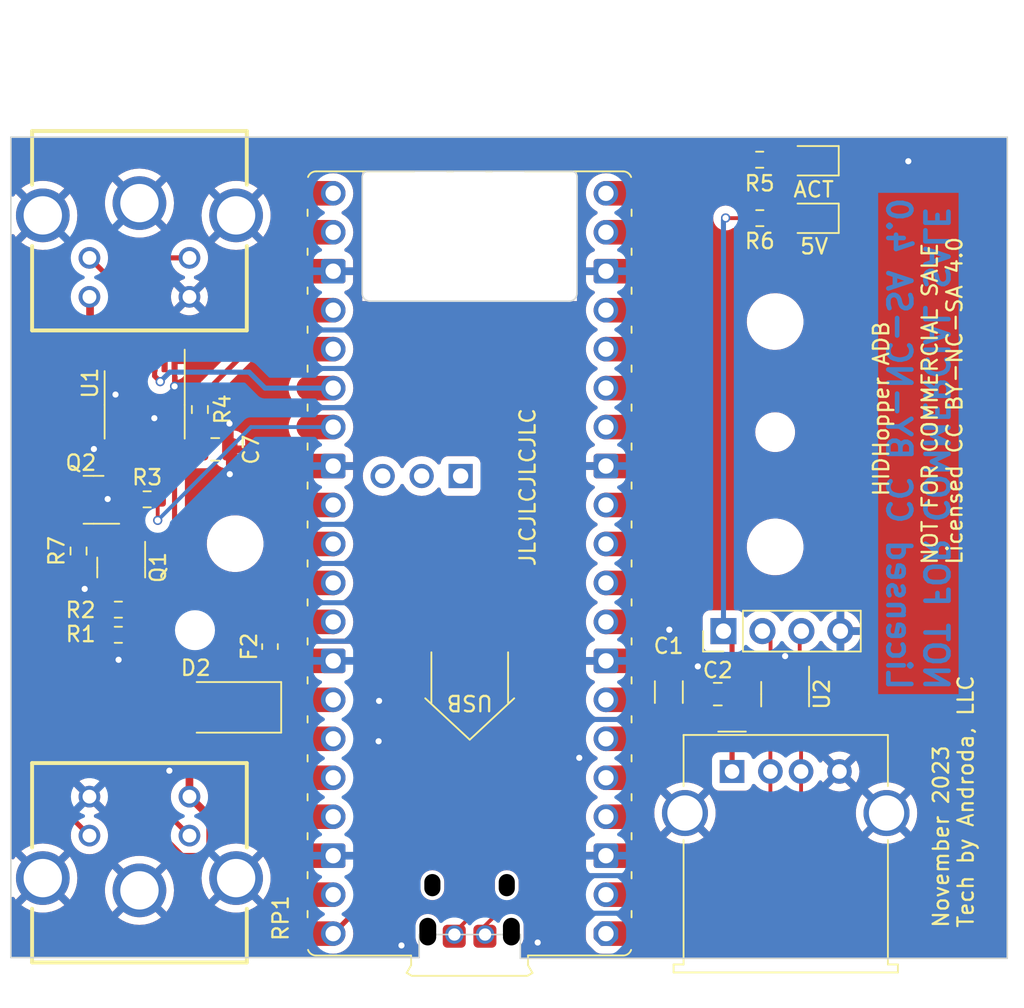
<source format=kicad_pcb>
(kicad_pcb (version 20221018) (generator pcbnew)
  (layers (0 "F.Cu" signal) (31 "B.Cu" signal) (34 "B.Paste" user) (35 "F.Paste" user) (36 "B.SilkS" user "B.Silkscreen") (37 "F.SilkS" user "F.Silkscreen") (38 "B.Mask" user) (39 "F.Mask" user) (44 "Edge.Cuts" user))
  (net 0 "")
  (net 1 "GND")
  (net 2 "ADB_RAW")
  (net 3 "5V_ADB_PWR")
  (net 6 "VBUS")
  (net 20 "Net-(D1-A)")
  (net 23 "+3.3V")
  (net 25 "ADB_OUT")
  (net 34 "ADB_IN")
  (net 35 "USB-")
  (net 36 "USB+")
  (net 39 "Net-(D2-K)")
  (net 40 "ADB_PWR_ON")
  (net 41 "Net-(Q1-D)")
  (net 42 "USB-_EF")
  (net 43 "USB+_EF")
  (net 44 "LED_OUT")
  (net 45 "Net-(D3-A)")
  (net 46 "#ADB_TURN_ON")
  (net 47 "Net-(Q1-G)")
  (net 48 "Net-(Q2-B)")
  (footprint "Fuse:Fuse_0603_1608Metric" (layer "F.Cu") (at 151.07 96.96 -90)
    (fp_text reference "F2")
    (fp_text value "~250mA hold")
  )
  (footprint "Diode_SMD:D_SMA" (layer "F.Cu") (at 148.29 100.92 180)
    (fp_text reference "D2")
    (fp_text value "D_Schottky")
  )
  (footprint "Library:ADB_MDR4_MINI-DIN" (layer "F.Cu") (at 142.56 111.05)
    (fp_text reference "J3" hide)
    (fp_text value "DIN-4")
  )
  (footprint "Package_TO_SOT_SMD:SOT-23" (layer "F.Cu") (at 141.37 91.8025 -90)
    (fp_text reference "Q1")
    (fp_text value "AO3401A" hide)
  )
  (footprint "Library:ADB_MDR4_MINI-DIN" (layer "F.Cu") (at 142.56 69.85 180)
    (fp_text reference "J6" hide)
    (fp_text value "DIN-4")
  )
  (footprint "Resistor_SMD:R_0603_1608Metric" (layer "F.Cu") (at 143.06 87.36)
    (fp_text reference "R3")
    (fp_text value "1k")
  )
  (footprint "Capacitor_SMD:C_1206_3216Metric" (layer "F.Cu") (at 177.07 99.925 90)
    (fp_text reference "C1")
    (fp_text value "22uF")
  )
  (footprint "LED_SMD:LED_0805_2012Metric" (layer "F.Cu") (at 186.46 65.29 180)
    (fp_text reference "D1" hide)
    (fp_text value "LED")
  )
  (footprint "MountingHole:MountingHole_3.2mm_M3" (layer "F.Cu") (at 184 90.46)
    (fp_text reference "H3" hide)
    (fp_text value "MountingHole")
  )
  (footprint "Resistor_SMD:R_0603_1608Metric" (layer "F.Cu") (at 138.59 90.73 90)
    (fp_text reference "R7")
    (fp_text value "100k")
  )
  (footprint "MountingHole:MountingHole_2.1mm" (layer "F.Cu") (at 146.18 95.89)
    (fp_text reference "REF**" hide)
    (fp_text value "MountingHole_2.1mm")
  )
  (footprint "Package_TO_SOT_SMD:SOT-23" (layer "F.Cu") (at 139.5675 87.39 180)
    (fp_text reference "Q2")
    (fp_text value "2N3904")
  )
  (footprint "Library:Raspberry_Pi_PicoW_SMT_THT" (layer "F.Cu") (at 164.09 91.63 180)
    (fp_text reference "RP1")
    (fp_text value "PicoWModule")
    (fp_line (start -7 25.3) (end -6.99 17.69) (stroke (width 0.1)) (layer "Edge.Cuts"))
    (fp_line (start -6.49 17.19) (end 6.51 17.19) (stroke (width 0.1)) (layer "Edge.Cuts"))
    (fp_line (start -3.3 -24.1) (end -3.3 -25.65) (stroke (width 0.1)) (layer "Edge.Cuts"))
    (fp_line (start -3.3 -24.1) (end 3.3 -24.1) (stroke (width 0.1)) (layer "Edge.Cuts"))
    (fp_line (start 3.3 -24.1) (end 3.3 -25.6) (stroke (width 0.1)) (layer "Edge.Cuts"))
    (fp_line (start 6.616269 25.660583) (end -6.634641 25.660583) (stroke (width 0.1)) (layer "Edge.Cuts"))
    (fp_line (start 7.01 17.69) (end 7.01 25.3) (stroke (width 0.1)) (layer "Edge.Cuts"))
    (fp_arc (start -6.99 17.69) (mid -6.843553 17.336447) (end -6.49 17.19) (stroke (width 0.1)) (layer "Edge.Cuts"))
    (fp_arc (start -6.634641 25.660583) (mid -6.892696 25.556666) (end -7 25.300001) (stroke (width 0.1)) (layer "Edge.Cuts"))
    (fp_arc (start 6.51 17.19) (mid 6.863553 17.336447) (end 7.01 17.69) (stroke (width 0.1)) (layer "Edge.Cuts"))
    (fp_arc (start 7.01 25.3) (mid 6.883217 25.556817) (end 6.616269 25.660583) (stroke (width 0.1)) (layer "Edge.Cuts"))
  )
  (footprint "Resistor_SMD:R_0603_1608Metric" (layer "F.Cu") (at 146.5 81.5075 -90)
    (fp_text reference "R4")
    (fp_text value "4.7k")
  )
  (footprint "Resistor_SMD:R_0603_1608Metric" (layer "F.Cu") (at 183 69.03)
    (fp_text reference "R6")
    (fp_text value "10k")
  )
  (footprint "Resistor_SMD:R_0603_1608Metric" (layer "F.Cu") (at 141.185 96.19 180)
    (fp_text reference "R1")
    (fp_text value "10k")
  )
  (footprint "Capacitor_SMD:C_0805_2012Metric" (layer "F.Cu") (at 180.26 100.06 180)
    (fp_text reference "C2")
    (fp_text value "100n")
  )
  (footprint "MountingHole:MountingHole_3.2mm_M3" (layer "F.Cu") (at 148.8 90.25)
    (fp_text reference "H2" hide)
    (fp_text value "MountingHole")
  )
  (footprint "Library:TS-1187A-B-A-B" (layer "F.Cu") (at 140.53 99.515 180)
    (fp_text reference "SW1" hide)
    (fp_text value "SW_MEC_5E")
  )
  (footprint "Resistor_SMD:R_0603_1608Metric" (layer "F.Cu") (at 141.185 94.55)
    (fp_text reference "R2")
    (fp_text value "10k")
  )
  (footprint "Resistor_SMD:R_0603_1608Metric" (layer "F.Cu") (at 182.99 65.22)
    (fp_text reference "R5")
    (fp_text value "10k")
  )
  (footprint "Package_SO:TSSOP-14_4.4x5mm_P0.65mm" (layer "F.Cu") (at 142.9 81.2025 -90)
    (fp_text reference "U1")
    (fp_text value "LVT125")
  )
  (footprint "MountingHole:MountingHole_2.1mm" (layer "F.Cu") (at 184 82.98)
    (fp_text reference "REF**" hide)
    (fp_text value "MountingHole_2.1mm")
  )
  (footprint "Capacitor_SMD:C_0805_2012Metric" (layer "F.Cu") (at 147.5 84.1025)
    (fp_text reference "C7")
    (fp_text value "100n")
  )
  (footprint "MountingHole:MountingHole_3.2mm_M3" (layer "F.Cu") (at 184 75.77)
    (fp_text reference "H1" hide)
    (fp_text value "MountingHole")
  )
  (footprint "LED_SMD:LED_0805_2012Metric" (layer "F.Cu") (at 186.46 69.04 180)
    (fp_text reference "D3" hide)
    (fp_text value "LED")
  )
  (footprint "Package_TO_SOT_SMD:SOT-23-6" (layer "F.Cu") (at 184.65 100.06 -90)
    (fp_text reference "U2")
    (fp_text value "USBLC6-2SC6" hide)
  )
  (footprint "Connector_USB:USB_A_Molex_67643_Horizontal" (layer "F.Cu") (at 181.19 105.1)
    (fp_text reference "J10" hide)
    (fp_text value "USB_A")
  )
  (footprint "Connector_PinHeader_2.54mm:PinHeader_1x04_P2.54mm_Vertical" (layer "F.Cu") (at 180.63 95.95 90)
    (fp_text reference "J1" hide)
    (fp_text value "Conn_01x04_Pin")
  )
  (gr_line (start 134.18 117.23) (end 160.79 117.23) (stroke (width 0.1)) (layer "Edge.Cuts"))
  (gr_line (start 134.18 63.75) (end 199.13 63.75) (stroke (width 0.1)) (layer "Edge.Cuts"))
  (gr_line (start 199.13 117.28) (end 199.13 63.75) (stroke (width 0.1)) (layer "Edge.Cuts"))
  (gr_line (start 167.39 117.28) (end 199.13 117.28) (stroke (width 0.1)) (layer "Edge.Cuts"))
  (gr_line (start 134.18 117.23) (end 134.18 63.75) (stroke (width 0.1)) (layer "Edge.Cuts"))
  (gr_text "NOT FOR COMMERCIAL SALE\nLicensed CC BY-NC-SA 4.0" (at 191.18 99.95 270) (layer "B.Cu") (effects (font (size 1.5 1.5) (thickness 0.3) bold) (justify left bottom mirror)))
  (gr_text "November 2023\nTech by Androda, LLC" (at 197.01 115.37 90) (layer "F.SilkS") (effects (font (size 1 1)) (justify left bottom)))
  (gr_text "JLCJLCJLCJLC" (at 168.45 91.81 90) (layer "F.SilkS") (effects (font (size 1 1)) (justify left bottom)))
  (gr_text "HIDHopper ADB" (at 191.5 87.25 90) (layer "F.SilkS") (effects (font (size 1 1)) (justify left bottom)))
  (gr_text "NOT FOR COMMERCIAL SALE\nLicensed CC BY-NC-SA 4.0" (at 196.28 91.7 90) (layer "F.SilkS") (effects (font (size 1 1)) (justify left bottom)))
  (gr_text "ACT" (at 185.1 67.75) (layer "F.SilkS") (effects (font (size 1 1)) (justify left bottom)))
  (gr_text "5V" (at 185.54 71.46) (layer "F.SilkS") (effects (font (size 1 1)) (justify left bottom)))
  (segment (start 184.65 99.59) (end 185.02 99.96) (width 0.25) (layer "F.Cu") (net 1))
  (segment (start 138.99 93.2) (end 138.52 93.2) (width 0.25) (layer "F.Cu") (net 1))
  (segment (start 141.6 81.25) (end 141.6 84.065) (width 0.33) (layer "F.Cu") (net 1))
  (segment (start 156.76 85.07) (end 156.76 81.71) (width 0.33) (layer "F.Cu") (net 1))
  (segment (start 143.53 82.05) (end 142.73 81.25) (width 0.33) (layer "F.Cu") (net 1))
  (segment (start 156.76 81.71) (end 156.44 81.39) (width 0.33) (layer "F.Cu") (net 1))
  (segment (start 141.6 85.35) (end 141.46 85.49) (width 0.33) (layer "F.Cu") (net 1))
  (segment (start 155.19 85.19) (end 156.64 85.19) (width 0.33) (layer "F.Cu") (net 1))
  (segment (start 152.68 81.39) (end 152.65 81.36) (width 0.33) (layer "F.Cu") (net 1))
  (segment (start 140.36 96.19) (end 140.36 96.98) (width 0.25) (layer "F.Cu") (net 1))
  (segment (start 140.95 80.6) (end 141.6 81.25) (width 0.33) (layer "F.Cu") (net 1))
  (segment (start 140.95 78.34) (end 140.95 80.48) (width 0.33) (layer "F.Cu") (net 1))
  (segment (start 137.5675 92.2475) (end 137.5675 86.6425) (width 0.25) (layer "F.Cu") (net 1))
  (segment (start 153.17 97.89) (end 152.71 97.43) (width 0.2) (layer "F.Cu") (net 1))
  (segment (start 137.5675 86.6425) (end 137.83 86.38) (width 0.25) (layer "F.Cu") (net 1))
  (segment (start 140.36 96.98) (end 141.2 97.82) (width 0.25) (layer "F.Cu") (net 1))
  (segment (start 185.13 100.07) (end 186.45 100.07) (width 0.25) (layer "F.Cu") (net 1))
  (segment (start 153.59 97.89) (end 153.17 97.89) (width 0.2) (layer "F.Cu") (net 1))
  (segment (start 143.55 82.07) (end 143.55 82.07) (width 0.33) (layer "F.Cu") (net 1))
  (segment (start 143.55 82.07) (end 143.53 82.07) (width 0.33) (layer "F.Cu") (net 1))
  (segment (start 148.36 81.5) (end 145.37 81.5) (width 0.2) (layer "F.Cu") (net 1))
  (segment (start 184.65 98.9225) (end 184.65 99.59) (width 0.25) (layer "F.Cu") (net 1))
  (segment (start 156.64 85.19) (end 156.76 85.07) (width 0.33) (layer "F.Cu") (net 1))
  (segment (start 144.85 79.9925) (end 144.85 78.34) (width 0.33) (layer "F.Cu") (net 1))
  (segment (start 140.95 80.58) (end 140.95 80.6) (width 0.33) (layer "F.Cu") (net 1))
  (segment (start 143.55 84.065) (end 143.55 82.07) (width 0.33) (layer "F.Cu") (net 1))
  (segment (start 153.59 97.89) (end 152.96 97.89) (width 0.2) (layer "F.Cu") (net 1))
  (segment (start 152.71 97.43) (end 152.24 96.96) (width 0.2) (layer "F.Cu") (net 1))
  (segment (start 141 80.53) (end 140.95 80.58) (width 0.33) (layer "F.Cu") (net 1))
  (segment (start 152.24 96.96) (end 149.84 96.96) (width 0.2) (layer "F.Cu") (net 1))
  (segment (start 138.52 93.2) (end 137.5675 92.2475) (width 0.25) (layer "F.Cu") (net 1))
  (segment (start 143.53 82.07) (end 143.53 82.05) (width 0.33) (layer "F.Cu") (net 1))
  (segment (start 141.6 84.065) (end 141.6 85.35) (width 0.33) (layer "F.Cu") (net 1))
  (segment (start 142.73 81.25) (end 141.6 81.25) (width 0.33) (layer "F.Cu") (net 1))
  (segment (start 140.95 80.48) (end 141 80.53) (width 0.33) (layer "F.Cu") (net 1))
  (segment (start 149.24 82.38) (end 148.36 81.5) (width 0.2) (layer "F.Cu") (net 1))
  (segment (start 185.02 99.96) (end 185.13 100.07) (width 0.25) (layer "F.Cu") (net 1))
  (segment (start 156.44 81.39) (end 152.68 81.39) (width 0.33) (layer "F.Cu") (net 1))
  (via (at 148.45 85.72) (size 0.6) (drill 0.4) (layers "F.Cu" "B.Cu") (net 1))
  (via (at 144.85 79.9925) (size 0.6) (drill 0.4) (layers "F.Cu" "B.Cu") (net 1))
  (via (at 140.49 87.34) (size 0.6) (drill 0.4) (layers "F.Cu" "B.Cu") (net 1))
  (via (at 184.65 97.58) (size 0.6) (drill 0.4) (layers "F.Cu" "B.Cu") (net 1))
  (via (at 158.15 103.13) (size 0.6) (drill 0.4) (layers "F.Cu" "B.Cu") (net 1))
  (via (at 141.2 97.82) (size 0.6) (drill 0.4) (layers "F.Cu" "B.Cu") (net 1))
  (via (at 168.52 116.25) (size 0.6) (drill 0.4) (layers "F.Cu" "B.Cu") (net 1))
  (via (at 143.53 82.07) (size 0.6) (drill 0.4) (layers "F.Cu" "B.Cu") (net 1))
  (via (at 139.59 84.08) (size 0.6) (drill 0.4) (layers "F.Cu" "B.Cu") (net 1))
  (via (at 171.23 104.21) (size 0.6) (drill 0.4) (layers "F.Cu" "B.Cu") (net 1))
  (via (at 158.18 100.5) (size 0.6) (drill 0.4) (layers "F.Cu" "B.Cu") (net 1))
  (via (at 178.96 98.25) (size 0.6) (drill 0.4) (layers "F.Cu" "B.Cu") (net 1))
  (via (at 192.68 65.32) (size 0.6) (drill 0.4) (layers "F.Cu" "B.Cu") (net 1))
  (via (at 148.43 82.42) (size 0.6) (drill 0.4) (layers "F.Cu" "B.Cu") (net 1))
  (via (at 141 80.53) (size 0.6) (drill 0.4) (layers "F.Cu" "B.Cu") (net 1))
  (via (at 177.1 95.86) (size 0.6) (drill 0.4) (layers "F.Cu" "B.Cu") (net 1))
  (via (at 159.64 116.44) (size 0.6) (drill 0.4) (layers "F.Cu" "B.Cu") (net 1))
  (via (at 144.51 105.05) (size 0.6) (drill 0.4) (layers "F.Cu" "B.Cu") (net 1))
  (via (at 138.99 93.2) (size 0.6) (drill 0.4) (layers "F.Cu" "B.Cu") (net 1))
  (segment (start 158.09 89.06) (end 158.09 88.15) (width 0.33) (layer "B.Cu") (net 1))
  (segment (start 156.92 76.32) (end 156.92 75.85) (width 0.33) (layer "B.Cu") (net 1))
  (segment (start 156.64 85.19) (end 157.11 84.72) (width 0.33) (layer "B.Cu") (net 1))
  (segment (start 153.14 97.89) (end 152.3 97.05) (width 0.33) (layer "B.Cu") (net 1))
  (segment (start 153.9 94.1) (end 153.85 94.15) (width 0.33) (layer "B.Cu") (net 1))
  (segment (start 156.92 81.38) (end 156.92 78.83) (width 0.33) (layer "B.Cu") (net 1))
  (segment (start 158.09 94.1) (end 153.9 94.1) (width 0.33) (layer "B.Cu") (net 1))
  (segment (start 175.02 110.59) (end 175.04 110.57) (width 0.33) (layer "B.Cu") (net 1))
  (segment (start 158.09 94.1) (end 158.09 91.54) (width 0.33) (layer "B.Cu") (net 1))
  (segment (start 152.3 97.05) (end 152.74 96.61) (width 0.33) (layer "B.Cu") (net 1))
  (segment (start 175.98 98.8) (end 175.98 101.15) (width 0.33) (layer "B.Cu") (net 1))
  (segment (start 172.97 97.89) (end 175.11 97.89) (width 0.33) (layer "B.Cu") (net 1))
  (segment (start 154.11 81.38) (end 154.1 81.39) (width 0.33) (layer "B.Cu") (net 1))
  (segment (start 172.97 110.59) (end 175.02 110.59) (width 0.33) (layer "B.Cu") (net 1))
  (segment (start 156.92 84.53) (end 156.92 81.38) (width 0.33) (layer "B.Cu") (net 1))
  (segment (start 175.78 114.34) (end 175.78 115.53) (width 0.33) (layer "B.Cu") (net 1))
  (segment (start 153.62 88.99) (end 153.5 88.87) (width 0.33) (layer "B.Cu") (net 1))
  (segment (start 155.19 85.19) (end 156.64 85.19) (width 0.33) (layer "B.Cu") (net 1))
  (segment (start 158.09 96.29) (end 158.09 94.1) (width 0.33) (layer "B.Cu") (net 1))
  (segment (start 156.92 78.83) (end 156.92 76.32) (width 0.33) (layer "B.Cu") (net 1))
  (segment (start 156.72 97.29) (end 156.905 97.475) (width 0.33) (layer "B.Cu") (net 1))
  (segment (start 175.78 111.89) (end 175.78 114.34) (width 0.33) (layer "B.Cu") (net 1))
  (segment (start 156.92 81.38) (end 154.11 81.38) (width 0.33) (layer "B.Cu") (net 1))
  (segment (start 153.84 91.54) (end 153.81 91.51) (width 0.33) (layer "B.Cu") (net 1))
  (segment (start 171.8 114.34) (end 171.77 114.37) (width 0.33) (layer "B.Cu") (net 1))
  (segment (start 171.59 101.71) (end 171.58 101.72) (width 0.33) (layer "B.Cu") (net 1))
  (segment (start 175.78 114.34) (end 171.8 114.34) (width 0.33) (layer "B.Cu") (net 1))
  (segment (start 158.09 91.54) (end 153.84 91.54) (width 0.33) (layer "B.Cu") (net 1))
  (segment (start 175.42 101.71) (end 175.28 101.71) (width 0.33) (layer "B.Cu") (net 1))
  (segment (start 156.61 96.61) (end 156.72 96.72) (width 0.33) (layer "B.Cu") (net 1))
  (segment (start 158.02 88.99) (end 153.62 88.99) (width 0.33) (layer "B.Cu") (net 1))
  (segment (start 155.19 97.89) (end 153.14 97.89) (width 0.33) (layer "B.Cu") (net 1))
  (segment (start 175.78 111.31) (end 175.78 111.89) (width 0.33) (layer "B.Cu") (net 1))
  (segment (start 171.42 111.89) (end 171.36 111.95) (width 0.33) (layer "B.Cu") (net 1))
  (segment (start 175.28 101.71) (end 171.59 101.71) (width 0.33) (layer "B.Cu") (net 1))
  (segment (start 156.72 96.72) (end 156.72 97.29) (width 0.33) (layer "B.Cu") (net 1))
  (segment (start 175.04 110.57) (end 175.78 111.31) (width 0.33) (layer "B.Cu") (net 1))
  (segment (start 158.09 88.15) (end 157.59 87.65) (width 0.33) (layer "B.Cu") (net 1))
  (segment (start 175.78 111.89) (end 171.42 111.89) (width 0.33) (layer "B.Cu") (net 1))
  (segment (start 175.11 97.89) (end 176 98.78) (width 0.33) (layer "B.Cu") (net 1))
  (segment (start 175.98 101.15) (end 175.42 101.71) (width 0.33) (layer "B.Cu") (net 1))
  (segment (start 157.11 84.72) (end 156.92 84.53) (width 0.33) (layer "B.Cu") (net 1))
  (segment (start 158.09 89.06) (end 158.02 88.99) (width 0.33) (layer "B.Cu") (net 1))
  (segment (start 156.92 78.83) (end 153.94 78.83) (width 0.33) (layer "B.Cu") (net 1))
  (segment (start 153.89 76.32) (end 153.87 76.3) (width 0.33) (layer "B.Cu") (net 1))
  (segment (start 176 98.78) (end 175.98 98.8) (width 0.33) (layer "B.Cu") (net 1))
  (segment (start 156.905 97.475) (end 158.09 96.29) (width 0.33) (layer "B.Cu") (net 1))
  (segment (start 153.94 78.83) (end 153.91 78.8) (width 0.33) (layer "B.Cu") (net 1))
  (segment (start 152.74 96.61) (end 156.61 96.61) (width 0.33) (layer "B.Cu") (net 1))
  (segment (start 158.09 91.54) (end 158.09 89.06) (width 0.33) (layer "B.Cu") (net 1))
  (segment (start 156.92 76.32) (end 153.89 76.32) (width 0.33) (layer "B.Cu") (net 1))
  (segment (start 141.6 77.03) (end 140.3 77.03) (width 0.33) (layer "F.Cu") (net 2))
  (segment (start 141.6 77.03) (end 141.6 78.34) (width 0.33) (layer "F.Cu") (net 2))
  (segment (start 139.76 97.2) (end 139.76 103.22) (width 0.33) (layer "F.Cu") (net 2))
  (segment (start 139.76 103.22) (end 145.82 109.28) (width 0.33) (layer "F.Cu") (net 2))
  (segment (start 137.04 80.29) (end 137.04 94.48) (width 0.33) (layer "F.Cu") (net 2))
  (segment (start 137.04 94.48) (end 139.76 97.2) (width 0.33) (layer "F.Cu") (net 2))
  (segment (start 144.2 77.27) (end 144.2 78.34) (width 0.33) (layer "F.Cu") (net 2))
  (segment (start 143.96 77.03) (end 144.2 77.27) (width 0.33) (layer "F.Cu") (net 2))
  (segment (start 140.3 77.03) (end 137.04 80.29) (width 0.33) (layer "F.Cu") (net 2))
  (segment (start 141.6 75) (end 141.6 77.03) (width 0.33) (layer "F.Cu") (net 2))
  (segment (start 141.6 75) (end 141.6 73.92) (width 0.33) (layer "F.Cu") (net 2))
  (segment (start 141.6 77.03) (end 143.96 77.03) (width 0.33) (layer "F.Cu") (net 2))
  (segment (start 141.6 73.92) (end 139.3 71.62) (width 0.33) (layer "F.Cu") (net 2))
  (segment (start 139.3 74.16) (end 139.34 74.2) (width 0.5) (layer "F.Cu") (net 3))
  (segment (start 138.89 104.24) (end 145.31 110.66) (width 0.5) (layer "F.Cu") (net 3))
  (segment (start 145.82 106.74) (end 145.82 101.39) (width 0.5) (layer "F.Cu") (net 3))
  (segment (start 145.31 110.66) (end 146.66 110.66) (width 0.5) (layer "F.Cu") (net 3))
  (segment (start 147.17 110.15) (end 147.17 108.09) (width 0.5) (layer "F.Cu") (net 3))
  (segment (start 146.65 101.28) (end 146.29 100.92) (width 0.5) (layer "F.Cu") (net 3))
  (segment (start 139.34 74.2) (end 139.34 75.83) (width 0.5) (layer "F.Cu") (net 3))
  (segment (start 146.66 110.66) (end 147.17 110.15) (width 0.5) (layer "F.Cu") (net 3))
  (segment (start 145.82 101.39) (end 146.29 100.92) (width 0.5) (layer "F.Cu") (net 3))
  (segment (start 136.14 79.03) (end 136.14 94.71) (width 0.5) (layer "F.Cu") (net 3))
  (segment (start 139.34 75.83) (end 136.14 79.03) (width 0.5) (layer "F.Cu") (net 3))
  (segment (start 136.14 94.71) (end 138.89 97.46) (width 0.5) (layer "F.Cu") (net 3))
  (segment (start 138.89 97.46) (end 138.89 104.24) (width 0.5) (layer "F.Cu") (net 3))
  (segment (start 147.17 108.09) (end 145.82 106.74) (width 0.5) (layer "F.Cu") (net 3))
  (segment (start 156.9 101.7) (end 156.91 101.71) (width 0.33) (layer "F.Cu") (net 6))
  (segment (start 181.19 101.65) (end 181.19 100.07) (width 0.33) (layer "F.Cu") (net 6))
  (segment (start 181.22 100.04) (end 183.99 100.04) (width 0.33) (layer "F.Cu") (net 6))
  (segment (start 156.46 96.61) (end 152.62 96.61) (width 0.33) (layer "F.Cu") (net 6))
  (segment (start 155.19 115.67) (end 156.9 113.96) (width 0.33) (layer "F.Cu") (net 6))
  (segment (start 181.19 101.65) (end 181.19 96.51) (width 0.33) (layer "F.Cu") (net 6))
  (segment (start 184.65 100.7) (end 184.65 101.1975) (width 0.33) (layer "F.Cu") (net 6))
  (segment (start 181.19 100.07) (end 181.22 100.04) (width 0.33) (layer "F.Cu") (net 6))
  (segment (start 180.77 69.02) (end 180.76 69.03) (width 0.25) (layer "F.Cu") (net 6))
  (segment (start 156.91 101.71) (end 181.19 101.71) (width 0.33) (layer "F.Cu") (net 6))
  (segment (start 182.175 69.03) (end 180.78 69.03) (width 0.25) (layer "F.Cu") (net 6))
  (segment (start 181.19 101.71) (end 181.19 105.1) (width 0.33) (layer "F.Cu") (net 6))
  (segment (start 156.9 97.05) (end 156.46 96.61) (width 0.33) (layer "F.Cu") (net 6))
  (segment (start 156.9 101.7) (end 156.9 97.05) (width 0.33) (layer "F.Cu") (net 6))
  (segment (start 152.0325 96.0225) (end 151.07 96.0225) (width 0.33) (layer "F.Cu") (net 6))
  (segment (start 156.9 113.96) (end 156.9 101.7) (width 0.33) (layer "F.Cu") (net 6))
  (segment (start 180.73 69.03) (end 180.7 69) (width 0.25) (layer "F.Cu") (net 6))
  (segment (start 181.19 96.51) (end 180.63 95.95) (width 0.33) (layer "F.Cu") (net 6))
  (segment (start 180.76 69.03) (end 180.73 69.03) (width 0.25) (layer "F.Cu") (net 6))
  (segment (start 183.99 100.04) (end 184.65 100.7) (width 0.33) (layer "F.Cu") (net 6))
  (segment (start 152.62 96.61) (end 152.0325 96.0225) (width 0.33) (layer "F.Cu") (net 6))
  (segment (start 181.19 105.1) (end 181.19 101.65) (width 0.33) (layer "F.Cu") (net 6))
  (segment (start 180.78 69.03) (end 180.77 69.02) (width 0.25) (layer "F.Cu") (net 6))
  (via (at 180.77 69.02) (size 0.6) (drill 0.4) (layers "F.Cu" "B.Cu") (net 6))
  (segment (start 180.63 95.95) (end 180.63 69.16) (width 0.33) (layer "B.Cu") (net 6))
  (segment (start 180.63 69.16) (end 180.77 69.02) (width 0.33) (layer "B.Cu") (net 6))
  (segment (start 185.4525 65.22) (end 185.5225 65.29) (width 0.25) (layer "F.Cu") (net 20))
  (segment (start 183.815 65.22) (end 185.4525 65.22) (width 0.25) (layer "F.Cu") (net 20))
  (segment (start 151.82 105.51) (end 155.19 105.51) (width 0.33) (layer "F.Cu") (net 23))
  (segment (start 146.5 84.0525) (end 146.55 84.1025) (width 0.33) (layer "F.Cu") (net 23))
  (segment (start 144.85 85.5525) (end 144.85 91.1) (width 0.33) (layer "F.Cu") (net 23))
  (segment (start 144.85 91.1) (end 148.46 94.71) (width 0.33) (layer "F.Cu") (net 23))
  (segment (start 142.25 85.2125) (end 142.5875 85.55) (width 0.33) (layer "F.Cu") (net 23))
  (segment (start 144.85 84.065) (end 144.85 85.5525) (width 0.33) (layer "F.Cu") (net 23))
  (segment (start 146.5 82.3325) (end 146.5 84.0525) (width 0.33) (layer "F.Cu") (net 23))
  (segment (start 144.1975 85.55) (end 144.2 85.5525) (width 0.33) (layer "F.Cu") (net 23))
  (segment (start 148.46 94.71) (end 148.46 102.15) (width 0.33) (layer "F.Cu") (net 23))
  (segment (start 142.25 84.065) (end 142.25 85.2125) (width 0.33) (layer "F.Cu") (net 23))
  (segment (start 146.55 84.1025) (end 144.8875 84.1025) (width 0.5) (layer "F.Cu") (net 23))
  (segment (start 144.8875 84.1025) (end 144.85 84.065) (width 0.5) (layer "F.Cu") (net 23))
  (segment (start 144.2 85.5525) (end 144.85 85.5525) (width 0.33) (layer "F.Cu") (net 23))
  (segment (start 144.2 84.065) (end 144.2 85.5525) (width 0.33) (layer "F.Cu") (net 23))
  (segment (start 143.16 85.55) (end 144.1975 85.55) (width 0.33) (layer "F.Cu") (net 23))
  (segment (start 142.5875 85.55) (end 143.16 85.55) (width 0.33) (layer "F.Cu") (net 23))
  (segment (start 148.46 102.15) (end 151.82 105.51) (width 0.33) (layer "F.Cu") (net 23))
  (segment (start 149.67 77.57) (end 153.59 77.57) (width 0.33) (layer "F.Cu") (net 25))
  (segment (start 142.9 80.2225) (end 142.935 80.2575) (width 0.33) (layer "F.Cu") (net 25))
  (segment (start 142.9 78.34) (end 142.9 80.2225) (width 0.33) (layer "F.Cu") (net 25))
  (segment (start 146.5 80.6825) (end 146.5575 80.6825) (width 0.33) (layer "F.Cu") (net 25))
  (segment (start 142.25 78.34) (end 142.25 79.5725) (width 0.33) (layer "F.Cu") (net 25))
  (segment (start 146.5575 80.6825) (end 149.67 77.57) (width 0.33) (layer "F.Cu") (net 25))
  (segment (start 143.335 80.6575) (end 146.475 80.6575) (width 0.33) (layer "F.Cu") (net 25))
  (segment (start 142.25 79.5725) (end 142.935 80.2575) (width 0.33) (layer "F.Cu") (net 25))
  (segment (start 142.935 80.2575) (end 143.335 80.6575) (width 0.33) (layer "F.Cu") (net 25))
  (segment (start 146.475 80.6575) (end 146.5 80.6825) (width 0.33) (layer "F.Cu") (net 25))
  (segment (start 143.915 79.6875) (end 143.55 79.3225) (width 0.33) (layer "F.Cu") (net 34))
  (segment (start 143.55 79.3225) (end 143.55 78.34) (width 0.33) (layer "F.Cu") (net 34))
  (via (at 143.915 79.6875) (size 0.6) (drill 0.4) (layers "F.Cu" "B.Cu") (net 34))
  (segment (start 150.75 80.11) (end 155.19 80.11) (width 0.33) (layer "B.Cu") (net 34))
  (segment (start 144.5325 79.07) (end 149.71 79.07) (width 0.33) (layer "B.Cu") (net 34))
  (segment (start 149.71 79.07) (end 150.75 80.11) (width 0.33) (layer "B.Cu") (net 34))
  (segment (start 143.915 79.6875) (end 144.5325 79.07) (width 0.33) (layer "B.Cu") (net 34))
  (segment (start 183.69 105.1) (end 183.69 101.2075) (width 0.25) (layer "F.Cu") (net 35))
  (segment (start 183.69 101.2075) (end 183.7 101.1975) (width 0.25) (layer "F.Cu") (net 35))
  (segment (start 168.03 113.73) (end 164.965 113.73) (width 0.25) (layer "F.Cu") (net 35))
  (segment (start 169.86 111.9) (end 168.03 113.73) (width 0.25) (layer "F.Cu") (net 35))
  (segment (start 163.09 115.605) (end 163 115.515) (width 0.25) (layer "F.Cu") (net 35))
  (segment (start 183.69 108.44) (end 180.23 111.9) (width 0.25) (layer "F.Cu") (net 35))
  (segment (start 164.965 113.73) (end 163.09 115.605) (width 0.25) (layer "F.Cu") (net 35))
  (segment (start 183.69 105.1) (end 183.69 108.44) (width 0.25) (layer "F.Cu") (net 35))
  (segment (start 180.23 111.9) (end 169.86 111.9) (width 0.25) (layer "F.Cu") (net 35))
  (segment (start 185.69 105.1) (end 185.69 107.69) (width 0.25) (layer "F.Cu") (net 36))
  (segment (start 185.69 105.1) (end 185.69 101.2875) (width 0.25) (layer "F.Cu") (net 36))
  (segment (start 168.14 114.36) (end 167.99 114.21) (width 0.25) (layer "F.Cu") (net 36))
  (segment (start 185.69 101.2875) (end 185.6 101.1975) (width 0.25) (layer "F.Cu") (net 36))
  (segment (start 166.03 114.21) (end 165.08 115.16) (width 0.25) (layer "F.Cu") (net 36))
  (segment (start 185.69 107.69) (end 179.02 114.36) (width 0.25) (layer "F.Cu") (net 36))
  (segment (start 179.02 114.36) (end 168.14 114.36) (width 0.25) (layer "F.Cu") (net 36))
  (segment (start 167.99 114.21) (end 166.03 114.21) (width 0.25) (layer "F.Cu") (net 36))
  (segment (start 165.08 115.16) (end 165.08 115.605) (width 0.25) (layer "F.Cu") (net 36))
  (segment (start 150.29 100.92) (end 150.29 98.6775) (width 0.33) (layer "F.Cu") (net 39))
  (segment (start 150.29 98.6775) (end 151.07 97.8975) (width 0.33) (layer "F.Cu") (net 39))
  (segment (start 143.77 88.73) (end 143.77 88.73) (width 0.25) (layer "F.Cu") (net 40))
  (segment (start 143.75 88.73) (end 143.75 87.495) (width 0.25) (layer "F.Cu") (net 40))
  (segment (start 143.75 88.73) (end 143.77 88.73) (width 0.25) (layer "F.Cu") (net 40))
  (segment (start 143.75 87.495) (end 143.885 87.36) (width 0.25) (layer "F.Cu") (net 40))
  (via (at 143.75 88.73) (size 0.6) (drill 0.4) (layers "F.Cu" "B.Cu") (net 40))
  (segment (start 149.83 82.65) (end 143.75 88.73) (width 0.25) (layer "B.Cu") (net 40))
  (segment (start 155.19 82.65) (end 149.83 82.65) (width 0.25) (layer "B.Cu") (net 40))
  (segment (start 142.01 94.55) (end 142.01 93.38) (width 0.33) (layer "F.Cu") (net 41))
  (segment (start 142.01 93.38) (end 141.37 92.74) (width 0.33) (layer "F.Cu") (net 41))
  (segment (start 142.01 96.245) (end 143.53 97.765) (width 0.33) (layer "F.Cu") (net 41))
  (segment (start 142.01 94.55) (end 142.01 96.245) (width 0.33) (layer "F.Cu") (net 41))
  (segment (start 183.7 98.9225) (end 183.7 96.48) (width 0.25) (layer "F.Cu") (net 42))
  (segment (start 183.7 96.48) (end 183.17 95.95) (width 0.25) (layer "F.Cu") (net 42))
  (segment (start 185.6 98.9225) (end 185.6 96.06) (width 0.25) (layer "F.Cu") (net 43))
  (segment (start 185.6 96.06) (end 185.71 95.95) (width 0.25) (layer "F.Cu") (net 43))
  (segment (start 180.26 65.22) (end 182.165 65.22) (width 0.25) (layer "F.Cu") (net 44))
  (segment (start 178.07 67.41) (end 180.26 65.22) (width 0.25) (layer "F.Cu") (net 44))
  (segment (start 172.97 67.41) (end 178.07 67.41) (width 0.25) (layer "F.Cu") (net 44))
  (segment (start 185.5125 69.03) (end 185.5225 69.04) (width 0.25) (layer "F.Cu") (net 45))
  (segment (start 183.825 69.03) (end 185.5125 69.03) (width 0.25) (layer "F.Cu") (net 45))
  (segment (start 135.31 99.295) (end 137.53 101.515) (width 0.33) (layer "F.Cu") (net 46))
  (segment (start 136.49 72.29) (end 138.73 70.05) (width 0.33) (layer "F.Cu") (net 46))
  (segment (start 136.49 76.76) (end 136.49 72.29) (width 0.33) (layer "F.Cu") (net 46))
  (segment (start 140.42 70.05) (end 141.99 71.62) (width 0.33) (layer "F.Cu") (net 46))
  (segment (start 143.35 96.12) (end 143.35 93.304252) (width 0.25) (layer "F.Cu") (net 46))
  (segment (start 138.59 91.555) (end 139.73 91.555) (width 0.25) (layer "F.Cu") (net 46))
  (segment (start 144.62 97.39) (end 143.35 96.12) (width 0.25) (layer "F.Cu") (net 46))
  (segment (start 137.53 101.515) (end 137.53 107.51) (width 0.33) (layer "F.Cu") (net 46))
  (segment (start 143.35 93.304252) (end 141.68 91.634252) (width 0.25) (layer "F.Cu") (net 46))
  (segment (start 138.73 70.05) (end 140.42 70.05) (width 0.33) (layer "F.Cu") (net 46))
  (segment (start 141.68 91.634252) (end 141.68 91.6) (width 0.25) (layer "F.Cu") (net 46))
  (segment (start 139.73 91.555) (end 140.42 90.865) (width 0.25) (layer "F.Cu") (net 46))
  (segment (start 143.53 101.515) (end 143.53 99.9) (width 0.25) (layer "F.Cu") (net 46))
  (segment (start 135.31 77.94) (end 135.31 99.295) (width 0.33) (layer "F.Cu") (net 46))
  (segment (start 144.62 98.81) (end 144.62 97.39) (width 0.25) (layer "F.Cu") (net 46))
  (segment (start 143.53 99.9) (end 144.62 98.81) (width 0.25) (layer "F.Cu") (net 46))
  (segment (start 141.68 91.6) (end 141.155 91.6) (width 0.25) (layer "F.Cu") (net 46))
  (segment (start 141.99 71.62) (end 145.82 71.62) (width 0.33) (layer "F.Cu") (net 46))
  (segment (start 137.53 107.51) (end 139.3 109.28) (width 0.33) (layer "F.Cu") (net 46))
  (segment (start 136.49 76.76) (end 135.31 77.94) (width 0.33) (layer "F.Cu") (net 46))
  (segment (start 136.49 76.66) (end 136.49 76.76) (width 0.33) (layer "F.Cu") (net 46))
  (segment (start 141.155 91.6) (end 140.42 90.865) (width 0.25) (layer "F.Cu") (net 46))
  (segment (start 138.63 89.865) (end 138.59 89.905) (width 0.25) (layer "F.Cu") (net 47))
  (segment (start 140.715 89.26) (end 142.32 90.865) (width 0.25) (layer "F.Cu") (net 47))
  (segment (start 138.63 89.26) (end 140.715 89.26) (width 0.25) (layer "F.Cu") (net 47))
  (segment (start 138.63 87.39) (end 138.63 89.26) (width 0.25) (layer "F.Cu") (net 47))
  (segment (start 138.63 89.26) (end 138.63 89.865) (width 0.25) (layer "F.Cu") (net 47))
  (segment (start 141.255 88.34) (end 142.235 87.36) (width 0.25) (layer "F.Cu") (net 48))
  (segment (start 140.505 88.34) (end 141.255 88.34) (width 0.25) (layer "F.Cu") (net 48))
  (zone (net 1) (net_name "GND") (layers "F&B.Cu") (connect_pads (clearance 0.508)) (min_thickness 0.25) (fill yes (thermal_gap 0.5) (thermal_bridge_width 0.5))
    (polygon (pts (xy 133.66 63.22) (xy 199.91 62.72) (xy 199.76 117.56) (xy 133.59 118.13)))
  )
)
</source>
